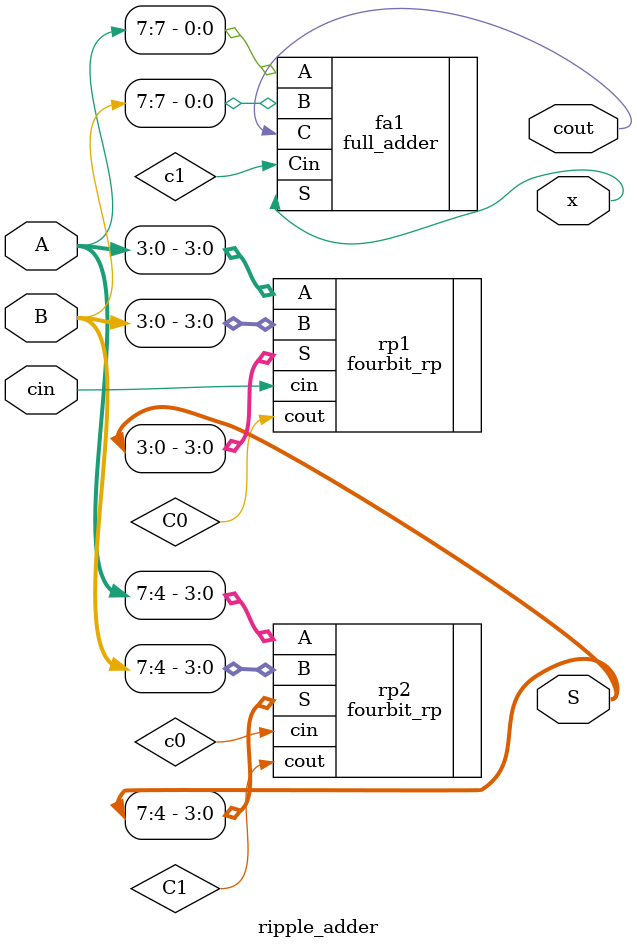
<source format=sv>
module ripple_adder
(
	input logic  [7:0] A, B,
	input logic        cin,
	output logic [7:0] S,
	output logic       cout,
	output logic x
);

    /* TODO
     *
     * Insert code here to implement a ripple adder.
     * Your code should be completly combinational (don't use always_ff or always_latch).
     * Feel free to create sub-modules or other files. */
	  
	  logic c0, c1, c2;
	  
	  //(4bit_rp) inputs: A[3:0] B[3:0] cin outputs: S C
	  fourbit_rp rp1 (.A(A[3:0]), .B(B[3:0]), .cin(cin), .S(S[3:0]), .cout(C0));    //chain our 4 4bit adders together like we chained our full adders
	  fourbit_rp rp2 (.A(A[7:4]), .B(B[7:4]), .cin(c0), .S(S[7:4]), .cout(C1));
	  full_adder fa1 (.A(A[7]), .B(B[7]), .Cin(c1), .S(x), .C(cout));
     
endmodule


</source>
